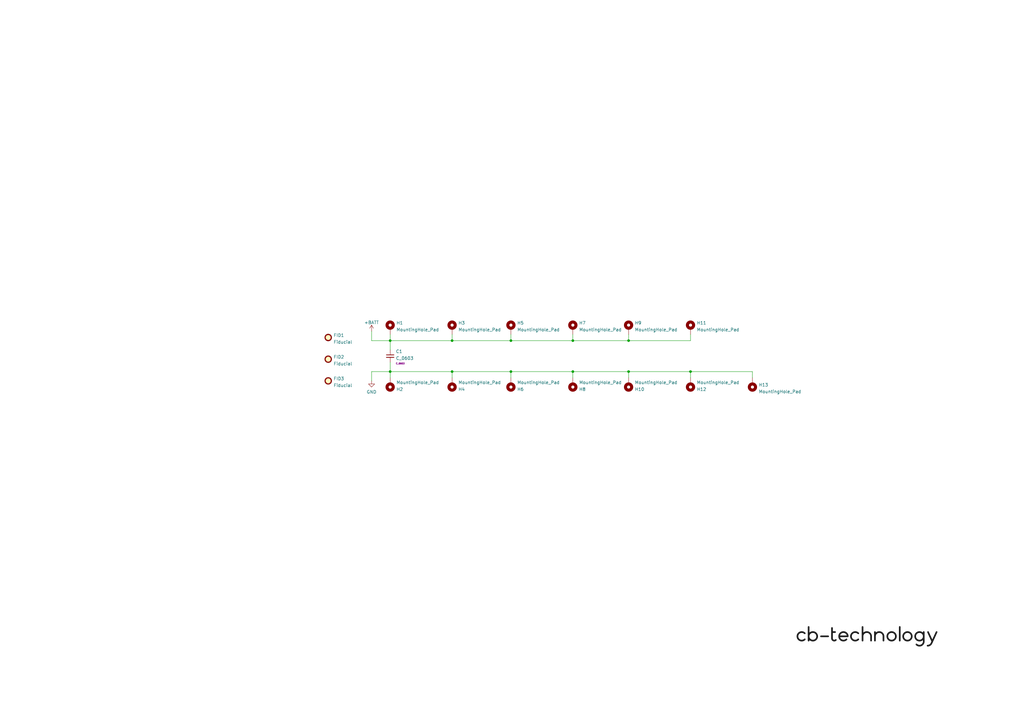
<source format=kicad_sch>
(kicad_sch (version 20211123) (generator eeschema)
  (paper "A3")
  (title_block (title "N20 FACEPLATE") (date "2022-01-01") (rev "0A") (company "CB-TECHNOLOGY"))
  (lib_symbols
    (symbol "C_Capacitor:C_0603" (pin_numbers hide) (pin_names (offset 1.016))
      (property "Reference" "C" (at 3.175 1.905 0))
      (property "Value" "C_0603" (at 5.715 0 0))
      (property "Size" "C_0603" (at 4.445 -1.905 0))
      (symbol "C_0603_1_1"
        (polyline (pts (xy -1.524 -0.508) (xy 1.524 -0.508)) (stroke (width 0.3302)))
        (polyline (pts (xy -1.524 0.508) (xy 1.524 0.508)) (stroke (width 0.3048)))
        (pin passive line (at 0 2.54 270) (length 2.032) (name "~") (number "1"))
        (pin passive line (at 0 -2.54 90) (length 2.032) (name "~") (number "2"))
      )
    )
    (symbol "Mechanical:Fiducial"
      (property "Reference" "FID" (at 0 5.08 0))
      (property "Value" "Fiducial" (at 0 3.175 0))
      (symbol "Fiducial_0_1"
        (circle (center 0 0) (radius 1.27) (stroke (width 0.508)) (fill (type background)))
      )
    )
    (symbol "Mechanical:MountingHole_Pad" (pin_numbers hide) (pin_names (offset 1.016) hide)
      (property "Reference" "H" (at 0 6.35 0))
      (property "Value" "MountingHole_Pad" (at 0 4.445 0))
      (symbol "MountingHole_Pad_0_1"
        (circle (center 0 1.27) (radius 1.27) (stroke (width 1.27)))
      )
      (symbol "MountingHole_Pad_1_1"
        (pin input line (at 0 -2.54 90) (length 2.54) (name "1") (number "1"))
      )
    )
    (symbol "power:+BATT" (power) (pin_names (offset 0))
      (property "Value" "+BATT" (at 0 3.556 0))
      (symbol "+BATT_0_1"
        (polyline (pts (xy -0.762 1.27) (xy 0 2.54)))
        (polyline (pts (xy 0 0) (xy 0 2.54)))
        (polyline (pts (xy 0 2.54) (xy 0.762 1.27)))
      )
      (symbol "+BATT_1_1"
        (pin power_in line (at 0 0 90) (length 0) hide (name "+BATT") (number "1"))
      )
    )
    (symbol "power:GND" (power) (pin_names (offset 0))
      (property "Value" "GND" (at 0 -3.81 0))
      (symbol "GND_0_1"
        (polyline (pts (xy 0 0) (xy 0 -1.27) (xy 1.27 -1.27) (xy 0 -2.54) (xy -1.27 -1.27) (xy 0 -1.27)))
      )
      (symbol "GND_1_1"
        (pin power_in line (at 0 0 270) (length 0) hide (name "GND") (number "1"))
      )
    )
  )
  (junction (at 160.02 152.4))
  (junction (at 185.42 139.7))
  (junction (at 209.55 139.7))
  (junction (at 160.02 139.7))
  (junction (at 283.21 152.4))
  (junction (at 234.95 152.4))
  (junction (at 234.95 139.7))
  (junction (at 185.42 152.4))
  (junction (at 257.81 152.4))
  (junction (at 257.81 139.7))
  (junction (at 209.55 152.4))
  (wire (pts (xy 283.21 154.94) (xy 283.21 152.4)))
  (wire (pts (xy 185.42 139.7) (xy 209.55 139.7)))
  (wire (pts (xy 152.4 135.89) (xy 152.4 139.7)))
  (wire (pts (xy 160.02 152.4) (xy 160.02 154.94)))
  (wire (pts (xy 160.02 152.4) (xy 185.42 152.4)))
  (wire (pts (xy 209.55 152.4) (xy 209.55 154.94)))
  (wire (pts (xy 160.02 139.7) (xy 185.42 139.7)))
  (wire (pts (xy 209.55 152.4) (xy 234.95 152.4)))
  (wire (pts (xy 234.95 139.7) (xy 257.81 139.7)))
  (wire (pts (xy 185.42 152.4) (xy 185.42 154.94)))
  (wire (pts (xy 283.21 152.4) (xy 308.61 152.4)))
  (wire (pts (xy 152.4 152.4) (xy 152.4 156.21)))
  (wire (pts (xy 152.4 139.7) (xy 160.02 139.7)))
  (wire (pts (xy 160.02 148.59) (xy 160.02 152.4)))
  (wire (pts (xy 209.55 137.16) (xy 209.55 139.7)))
  (wire (pts (xy 209.55 139.7) (xy 234.95 139.7)))
  (wire (pts (xy 257.81 152.4) (xy 257.81 154.94)))
  (wire (pts (xy 257.81 137.16) (xy 257.81 139.7)))
  (wire (pts (xy 234.95 137.16) (xy 234.95 139.7)))
  (wire (pts (xy 257.81 139.7) (xy 283.21 139.7)))
  (wire (pts (xy 185.42 152.4) (xy 209.55 152.4)))
  (wire (pts (xy 160.02 137.16) (xy 160.02 139.7)))
  (wire (pts (xy 234.95 152.4) (xy 234.95 154.94)))
  (wire (pts (xy 185.42 137.16) (xy 185.42 139.7)))
  (wire (pts (xy 257.81 152.4) (xy 283.21 152.4)))
  (wire (pts (xy 152.4 152.4) (xy 160.02 152.4)))
  (wire (pts (xy 234.95 152.4) (xy 257.81 152.4)))
  (wire (pts (xy 308.61 154.94) (xy 308.61 152.4)))
  (wire (pts (xy 160.02 139.7) (xy 160.02 143.51)))
  (wire (pts (xy 283.21 137.16) (xy 283.21 139.7)))
  (image (at 355.6 260.985) (scale 0.227268))
  (symbol (lib_id "Mechanical:MountingHole_Pad") (at 257.81 134.62 0) (unit 1)
    (property "Reference" "H9" (at 260.35 132.4415 0) (effects (justify left)))
    (property "Value" "MountingHole_Pad" (at 260.35 135.2166 0) (effects (justify left)))
    (property "Footprint" "MountingHole:MountingHole_3.2mm_M3_ISO7380_Pad_TopBottom" (effects hide))
  )
  (symbol (lib_id "power:GND") (at 152.4 156.21 0) (unit 1)
    (property "Reference" "#PWR02" (effects hide))
    (property "Value" "GND" (at 152.4 160.7725 0))
  )
  (symbol (lib_id "Mechanical:Fiducial") (at 134.62 156.21 0) (unit 1)
    (property "Reference" "FID3" (at 136.779 155.3015 0) (effects (justify left)))
    (property "Value" "Fiducial" (at 136.779 158.0766 0) (effects (justify left)))
    (property "Footprint" "Fiducial:Fiducial_0.5mm_Mask1mm" (effects hide))
  )
  (symbol (lib_id "Mechanical:MountingHole_Pad") (at 234.95 157.48 0) (mirror x) (unit 1)
    (property "Reference" "H8" (at 237.49 159.6585 0) (effects (justify left)))
    (property "Value" "MountingHole_Pad" (at 237.49 156.8834 0) (effects (justify left)))
    (property "Footprint" "MountingHole:MountingHole_3.2mm_M3_ISO7380_Pad_TopBottom" (effects hide))
  )
  (symbol (lib_id "Mechanical:MountingHole_Pad") (at 185.42 157.48 0) (mirror x) (unit 1)
    (property "Reference" "H4" (at 187.96 159.6585 0) (effects (justify left)))
    (property "Value" "MountingHole_Pad" (at 187.96 156.8834 0) (effects (justify left)))
    (property "Footprint" "MountingHole:MountingHole_3.2mm_M3_ISO7380_Pad_TopBottom" (effects hide))
  )
  (symbol (lib_id "Mechanical:Fiducial") (at 134.62 138.43 0) (unit 1)
    (property "Reference" "FID1" (at 136.779 137.5215 0) (effects (justify left)))
    (property "Value" "Fiducial" (at 136.779 140.2966 0) (effects (justify left)))
    (property "Footprint" "Fiducial:Fiducial_0.5mm_Mask1mm" (effects hide))
  )
  (symbol (lib_id "C_Capacitor:C_0603") (at 160.02 146.05 0) (unit 1)
    (property "Reference" "C1" (at 162.3441 144.151 0) (effects (justify left)))
    (property "Value" "C_0603" (at 162.3441 146.9261 0) (effects (justify left)))
    (property "Footprint" "C_Capacitor:C_0603" (effects hide))
    (property "Size" "C_0603" (at 162.3441 149.071 0) (effects (font (size 0.635 0.635)) (justify left)))
  )
  (symbol (lib_id "Mechanical:MountingHole_Pad") (at 308.61 157.48 180) (unit 1)
    (property "Reference" "H13" (at 311.15 157.8415 0) (effects (justify right)))
    (property "Value" "MountingHole_Pad" (at 311.15 160.6166 0) (effects (justify right)))
    (property "Footprint" "MountingHole:MountingHole_6.5mm" (effects hide))
  )
  (symbol (lib_id "power:+BATT") (at 152.4 135.89 0) (unit 1)
    (property "Reference" "#PWR01" (effects hide))
    (property "Value" "+BATT" (at 152.4 132.2855 0))
  )
  (symbol (lib_id "Mechanical:MountingHole_Pad") (at 160.02 134.62 0) (unit 1)
    (property "Reference" "H1" (at 162.56 132.4415 0) (effects (justify left)))
    (property "Value" "MountingHole_Pad" (at 162.56 135.2166 0) (effects (justify left)))
    (property "Footprint" "MountingHole:MountingHole_3.2mm_M3_ISO7380_Pad_TopBottom" (effects hide))
  )
  (symbol (lib_id "Mechanical:MountingHole_Pad") (at 283.21 134.62 0) (unit 1)
    (property "Reference" "H11" (at 285.75 132.4415 0) (effects (justify left)))
    (property "Value" "MountingHole_Pad" (at 285.75 135.2166 0) (effects (justify left)))
    (property "Footprint" "MountingHole:MountingHole_3.2mm_M3_ISO7380_Pad_TopBottom" (effects hide))
  )
  (symbol (lib_id "Mechanical:MountingHole_Pad") (at 234.95 134.62 0) (unit 1)
    (property "Reference" "H7" (at 237.49 132.4415 0) (effects (justify left)))
    (property "Value" "MountingHole_Pad" (at 237.49 135.2166 0) (effects (justify left)))
    (property "Footprint" "MountingHole:MountingHole_3.2mm_M3_ISO7380_Pad_TopBottom" (effects hide))
  )
  (symbol (lib_id "Mechanical:MountingHole_Pad") (at 283.21 157.48 0) (mirror x) (unit 1)
    (property "Reference" "H12" (at 285.75 159.6585 0) (effects (justify left)))
    (property "Value" "MountingHole_Pad" (at 285.75 156.8834 0) (effects (justify left)))
    (property "Footprint" "MountingHole:MountingHole_3.2mm_M3_ISO7380_Pad_TopBottom" (effects hide))
  )
  (symbol (lib_id "Mechanical:MountingHole_Pad") (at 160.02 157.48 0) (mirror x) (unit 1)
    (property "Reference" "H2" (at 162.56 159.6585 0) (effects (justify left)))
    (property "Value" "MountingHole_Pad" (at 162.56 156.8834 0) (effects (justify left)))
    (property "Footprint" "MountingHole:MountingHole_3.2mm_M3_ISO7380_Pad_TopBottom" (effects hide))
  )
  (symbol (lib_id "Mechanical:MountingHole_Pad") (at 257.81 157.48 0) (mirror x) (unit 1)
    (property "Reference" "H10" (at 260.35 159.6585 0) (effects (justify left)))
    (property "Value" "MountingHole_Pad" (at 260.35 156.8834 0) (effects (justify left)))
    (property "Footprint" "MountingHole:MountingHole_3.2mm_M3_ISO7380_Pad_TopBottom" (effects hide))
  )
  (symbol (lib_id "Mechanical:MountingHole_Pad") (at 209.55 157.48 0) (mirror x) (unit 1)
    (property "Reference" "H6" (at 212.09 159.6585 0) (effects (justify left)))
    (property "Value" "MountingHole_Pad" (at 212.09 156.8834 0) (effects (justify left)))
    (property "Footprint" "MountingHole:MountingHole_3.2mm_M3_ISO7380_Pad_TopBottom" (effects hide))
  )
  (symbol (lib_id "Mechanical:Fiducial") (at 134.62 147.32 0) (unit 1)
    (property "Reference" "FID2" (at 136.779 146.4115 0) (effects (justify left)))
    (property "Value" "Fiducial" (at 136.779 149.1866 0) (effects (justify left)))
    (property "Footprint" "Fiducial:Fiducial_0.5mm_Mask1mm" (effects hide))
  )
  (symbol (lib_id "Mechanical:MountingHole_Pad") (at 209.55 134.62 0) (unit 1)
    (property "Reference" "H5" (at 212.09 132.4415 0) (effects (justify left)))
    (property "Value" "MountingHole_Pad" (at 212.09 135.2166 0) (effects (justify left)))
    (property "Footprint" "MountingHole:MountingHole_3.2mm_M3_ISO7380_Pad_TopBottom" (effects hide))
  )
  (symbol (lib_id "Mechanical:MountingHole_Pad") (at 185.42 134.62 0) (unit 1)
    (property "Reference" "H3" (at 187.96 132.4415 0) (effects (justify left)))
    (property "Value" "MountingHole_Pad" (at 187.96 135.2166 0) (effects (justify left)))
    (property "Footprint" "MountingHole:MountingHole_3.2mm_M3_ISO7380_Pad_TopBottom" (effects hide))
  )
)
</source>
